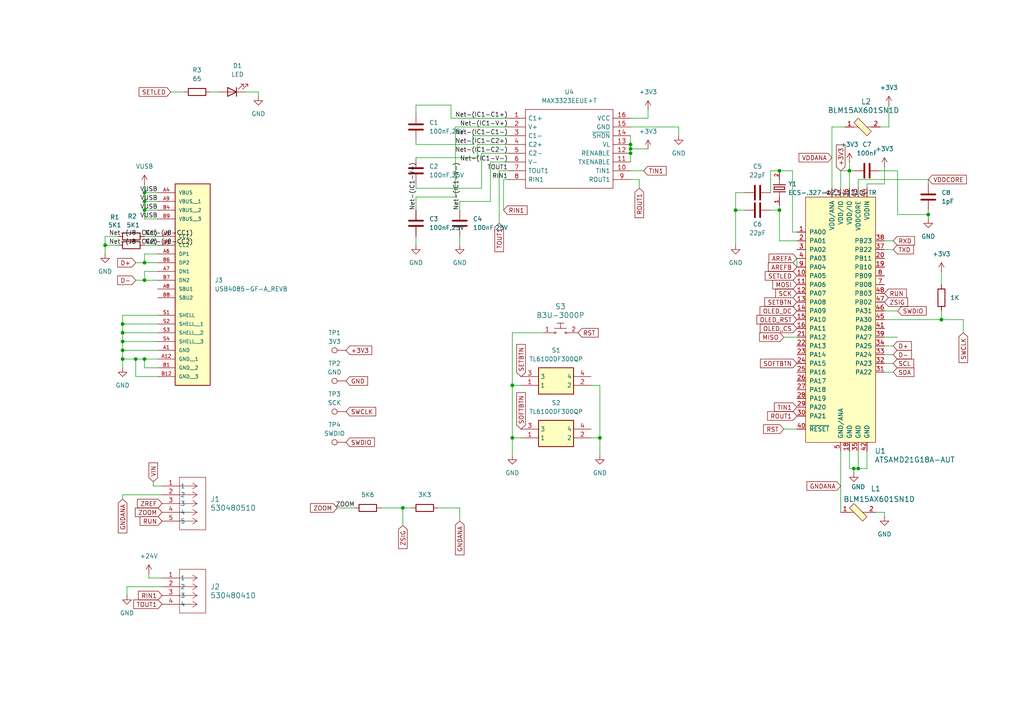
<source format=kicad_sch>
(kicad_sch (version 20231120) (generator "eeschema") (generator_version "8.0")
  (paper "A4")
  (lib_symbols
    (symbol "530480410:530480410" (pin_names (offset 0.254))
      (property "Reference" "J" (at 8.89 6.35 0))
      (property "Value" "530480410" (at 0 0 0))
      (symbol "530480410_1_1"
        (pin unspecified line (at 0 0 0) (length 5.08) (name "1") (number "1"))
        (pin unspecified line (at 0 -2.54 0) (length 5.08) (name "2") (number "2"))
        (pin unspecified line (at 0 -5.08 0) (length 5.08) (name "3") (number "3"))
        (pin unspecified line (at 0 -7.62 0) (length 5.08) (name "4") (number "4"))
      )
      (symbol "530480410_1_2"
        (pin unspecified line (at 0 0 0) (length 5.08) (name "1") (number "1"))
        (pin unspecified line (at 0 -2.54 0) (length 5.08) (name "2") (number "2"))
        (pin unspecified line (at 0 -5.08 0) (length 5.08) (name "3") (number "3"))
        (pin unspecified line (at 0 -7.62 0) (length 5.08) (name "4") (number "4"))
      )
    )
    (symbol "530480510:530480510" (pin_names (offset 0.254))
      (property "Reference" "J" (at 8.89 6.35 0))
      (property "Value" "530480510" (at 0 0 0))
      (symbol "530480510_1_1"
        (pin unspecified line (at 0 0 0) (length 5.08) (name "1") (number "1"))
        (pin unspecified line (at 0 -2.54 0) (length 5.08) (name "2") (number "2"))
        (pin unspecified line (at 0 -5.08 0) (length 5.08) (name "3") (number "3"))
        (pin unspecified line (at 0 -7.62 0) (length 5.08) (name "4") (number "4"))
        (pin unspecified line (at 0 -10.16 0) (length 5.08) (name "5") (number "5"))
      )
      (symbol "530480510_1_2"
        (pin unspecified line (at 0 0 0) (length 5.08) (name "1") (number "1"))
        (pin unspecified line (at 0 -2.54 0) (length 5.08) (name "2") (number "2"))
        (pin unspecified line (at 0 -5.08 0) (length 5.08) (name "3") (number "3"))
        (pin unspecified line (at 0 -7.62 0) (length 5.08) (name "4") (number "4"))
        (pin unspecified line (at 0 -10.16 0) (length 5.08) (name "5") (number "5"))
      )
    )
    (symbol "Connector:TestPoint" (pin_numbers hide) (pin_names (offset 0.762) hide)
      (property "Reference" "TP" (at 0 6.858 0))
      (property "Value" "TestPoint" (at 0 5.08 0))
      (symbol "TestPoint_1_1"
        (pin passive line (at 0 0 90) (length 2.54) (name "1") (number "1"))
      )
    )
    (symbol "Device:C" (pin_numbers hide) (pin_names (offset 0.254))
      (property "Reference" "C" (at 0.635 2.54 0))
      (property "Value" "C" (at 0.635 -2.54 0))
      (symbol "C_1_1"
        (pin passive line (at 0 3.81 270) (length 2.794) (name "~") (number "1"))
        (pin passive line (at 0 -3.81 90) (length 2.794) (name "~") (number "2"))
      )
    )
    (symbol "Device:LED" (pin_numbers hide) (pin_names (offset 1.016) hide)
      (property "Reference" "D" (at 0 2.54 0))
      (property "Value" "LED" (at 0 -2.54 0))
      (symbol "LED_1_1"
        (pin passive line (at -3.81 0 0) (length 2.54) (name "K") (number "1"))
        (pin passive line (at 3.81 0 180) (length 2.54) (name "A") (number "2"))
      )
    )
    (symbol "Device:R" (pin_numbers hide) (pin_names (offset 0))
      (property "Reference" "R" (at 2.032 0 90))
      (property "Value" "R" (at 0 0 90))
      (symbol "R_1_1"
        (pin passive line (at 0 3.81 270) (length 1.27) (name "~") (number "1"))
        (pin passive line (at 0 -3.81 90) (length 1.27) (name "~") (number "2"))
      )
    )
    (symbol "ECS-.327-12.5-1210-TR:ECS-.327-12.5-1210-TR" (pin_names (offset 1.016))
      (property "Reference" "Y" (at -4.3242 2.2893 0))
      (property "Value" "ECS-.327-12.5-1210-TR" (at -4.3233 -3.8147 0))
      (symbol "ECS-.327-12.5-1210-TR_0_0"
        (pin passive line (at -5.08 0 0) (length 2.54) (name "~") (number "1"))
        (pin passive line (at 5.08 0 180) (length 2.54) (name "~") (number "2"))
      )
    )
    (symbol "MAX3323EEPE+:MAX3323EEPE+" (pin_names (offset 0.762))
      (property "Reference" "IC" (at 31.75 7.62 0))
      (property "Value" "MAX3323EEPE+" (at 31.75 5.08 0))
      (symbol "MAX3323EEPE+_0_0"
        (pin passive line (at 0 0 0) (length 5.08) (name "C1+") (number "1"))
        (pin passive line (at 35.56 -15.24 180) (length 5.08) (name "TIN1") (number "10"))
        (pin passive line (at 35.56 -12.7 180) (length 5.08) (name "TXENABLE") (number "11"))
        (pin passive line (at 35.56 -10.16 180) (length 5.08) (name "RENABLE") (number "12"))
        (pin passive line (at 35.56 -7.62 180) (length 5.08) (name "VL") (number "13"))
        (pin passive line (at 35.56 -5.08 180) (length 5.08) (name "~{SHDN}") (number "14"))
        (pin passive line (at 35.56 -2.54 180) (length 5.08) (name "GND") (number "15"))
        (pin passive line (at 35.56 0 180) (length 5.08) (name "VCC") (number "16"))
        (pin passive line (at 0 -2.54 0) (length 5.08) (name "V+") (number "2"))
        (pin passive line (at 0 -5.08 0) (length 5.08) (name "C1-") (number "3"))
        (pin passive line (at 0 -7.62 0) (length 5.08) (name "C2+") (number "4"))
        (pin passive line (at 0 -10.16 0) (length 5.08) (name "C2-") (number "5"))
        (pin passive line (at 0 -12.7 0) (length 5.08) (name "V-") (number "6"))
        (pin passive line (at 0 -15.24 0) (length 5.08) (name "TOUT1") (number "7"))
        (pin passive line (at 0 -17.78 0) (length 5.08) (name "RIN1") (number "8"))
        (pin passive line (at 35.56 -17.78 180) (length 5.08) (name "ROUT1") (number "9"))
      )
    )
    (symbol "TL6100DF300QP:TL6100AF300QP"
      (property "Reference" "S" (at 16.51 7.62 0))
      (property "Value" "TL6100AF300QP" (at 16.51 5.08 0))
      (symbol "TL6100AF300QP_1_1"
        (pin passive line (at 0 -2.54 0) (length 5.08) (name "1") (number "1"))
        (pin passive line (at 20.32 -2.54 180) (length 5.08) (name "2") (number "2"))
        (pin passive line (at 0 0 0) (length 5.08) (name "3") (number "3"))
        (pin passive line (at 20.32 0 180) (length 5.08) (name "4") (number "4"))
      )
    )
    (symbol "USB4085-GF-A_REVB:USB4085-GF-A_REVB" (pin_names (offset 1.016))
      (property "Reference" "J" (at -5.08 18.288 0))
      (property "Value" "USB4085-GF-A_REVB" (at -5.08 -43.18 0))
      (symbol "USB4085-GF-A_REVB_0_0"
        (pin power_in line (at -10.16 -30.48 0) (length 5.08) (name "GND") (number "A1"))
        (pin power_in line (at -10.16 -33.02 0) (length 5.08) (name "GND__1") (number "A12"))
        (pin power_in line (at -10.16 15.24 0) (length 5.08) (name "VBUS") (number "A4"))
        (pin bidirectional line (at -10.16 2.54 0) (length 5.08) (name "CC1") (number "A5"))
        (pin bidirectional line (at -10.16 -2.54 0) (length 5.08) (name "DP1") (number "A6"))
        (pin bidirectional line (at -10.16 -7.62 0) (length 5.08) (name "DN1") (number "A7"))
        (pin bidirectional line (at -10.16 -12.7 0) (length 5.08) (name "SBU1") (number "A8"))
        (pin power_in line (at -10.16 12.7 0) (length 5.08) (name "VBUS__1") (number "A9"))
        (pin power_in line (at -10.16 -35.56 0) (length 5.08) (name "GND__2") (number "B1"))
        (pin power_in line (at -10.16 -38.1 0) (length 5.08) (name "GND__3") (number "B12"))
        (pin power_in line (at -10.16 10.16 0) (length 5.08) (name "VBUS__2") (number "B4"))
        (pin bidirectional line (at -10.16 0 0) (length 5.08) (name "CC2") (number "B5"))
        (pin bidirectional line (at -10.16 -5.08 0) (length 5.08) (name "DP2") (number "B6"))
        (pin bidirectional line (at -10.16 -10.16 0) (length 5.08) (name "DN2") (number "B7"))
        (pin bidirectional line (at -10.16 -15.24 0) (length 5.08) (name "SBU2") (number "B8"))
        (pin power_in line (at -10.16 7.62 0) (length 5.08) (name "VBUS__3") (number "B9"))
        (pin passive line (at -10.16 -20.32 0) (length 5.08) (name "SHELL") (number "S1"))
        (pin passive line (at -10.16 -22.86 0) (length 5.08) (name "SHELL__1") (number "S2"))
        (pin passive line (at -10.16 -25.4 0) (length 5.08) (name "SHELL__2") (number "S3"))
        (pin passive line (at -10.16 -27.94 0) (length 5.08) (name "SHELL__3") (number "S4"))
      )
    )
    (symbol "dk_Embedded-Microcontrollers:ATSAMD21G18A-AUT" (pin_names (offset 1.016))
      (property "Reference" "U" (at -10.16 39.37 0))
      (property "Value" "ATSAMD21G18A-AUT" (at 0 0 90))
      (symbol "ATSAMD21G18A-AUT_1_1"
        (pin bidirectional line (at -12.7 27.94 0) (length 2.54) (name "PA00") (number "1"))
        (pin bidirectional line (at -12.7 15.24 0) (length 2.54) (name "PA05") (number "10"))
        (pin bidirectional line (at -12.7 12.7 0) (length 2.54) (name "PA06") (number "11"))
        (pin bidirectional line (at -12.7 10.16 0) (length 2.54) (name "PA07") (number "12"))
        (pin bidirectional line (at -12.7 7.62 0) (length 2.54) (name "PA08") (number "13"))
        (pin bidirectional line (at -12.7 5.08 0) (length 2.54) (name "PA09") (number "14"))
        (pin bidirectional line (at -12.7 2.54 0) (length 2.54) (name "PA10") (number "15"))
        (pin bidirectional line (at -12.7 0 0) (length 2.54) (name "PA11") (number "16"))
        (pin power_in line (at 0 40.64 270) (length 2.54) (name "VDD/IO") (number "17"))
        (pin power_in line (at 2.54 -35.56 90) (length 2.54) (name "GND") (number "18"))
        (pin bidirectional line (at 12.7 17.78 180) (length 2.54) (name "PB10") (number "19"))
        (pin bidirectional line (at -12.7 25.4 0) (length 2.54) (name "PA01") (number "2"))
        (pin bidirectional line (at 12.7 20.32 180) (length 2.54) (name "PB11") (number "20"))
        (pin bidirectional line (at -12.7 -2.54 0) (length 2.54) (name "PA12") (number "21"))
        (pin bidirectional line (at -12.7 -5.08 0) (length 2.54) (name "PA13") (number "22"))
        (pin bidirectional line (at -12.7 -7.62 0) (length 2.54) (name "PA14") (number "23"))
        (pin bidirectional line (at -12.7 -10.16 0) (length 2.54) (name "PA15") (number "24"))
        (pin bidirectional line (at -12.7 -12.7 0) (length 2.54) (name "PA16") (number "25"))
        (pin bidirectional line (at -12.7 -15.24 0) (length 2.54) (name "PA17") (number "26"))
        (pin bidirectional line (at -12.7 -17.78 0) (length 2.54) (name "PA18") (number "27"))
        (pin bidirectional line (at -12.7 -20.32 0) (length 2.54) (name "PA19") (number "28"))
        (pin bidirectional line (at -12.7 -22.86 0) (length 2.54) (name "PA20") (number "29"))
        (pin bidirectional line (at -12.7 22.86 0) (length 2.54) (name "PA02") (number "3"))
        (pin bidirectional line (at -12.7 -25.4 0) (length 2.54) (name "PA21") (number "30"))
        (pin bidirectional line (at 12.7 -12.7 180) (length 2.54) (name "PA22") (number "31"))
        (pin bidirectional line (at 12.7 -10.16 180) (length 2.54) (name "PA23") (number "32"))
        (pin bidirectional line (at 12.7 -7.62 180) (length 2.54) (name "PA24") (number "33"))
        (pin bidirectional line (at 12.7 -5.08 180) (length 2.54) (name "PA25") (number "34"))
        (pin power_in line (at 5.08 -35.56 90) (length 2.54) (name "GND") (number "35"))
        (pin power_in line (at 2.54 40.64 270) (length 2.54) (name "VDD/IO") (number "36"))
        (pin bidirectional line (at 12.7 22.86 180) (length 2.54) (name "PB22") (number "37"))
        (pin bidirectional line (at 12.7 25.4 180) (length 2.54) (name "PB23") (number "38"))
        (pin bidirectional line (at 12.7 -2.54 180) (length 2.54) (name "PA27") (number "39"))
        (pin bidirectional line (at -12.7 20.32 0) (length 2.54) (name "PA03") (number "4"))
        (pin input line (at -12.7 -29.21 0) (length 2.54) (name "~{RESET}") (number "40"))
        (pin bidirectional line (at 12.7 0 180) (length 2.54) (name "PA28") (number "41"))
        (pin power_in line (at 7.62 -35.56 90) (length 2.54) (name "GND") (number "42"))
        (pin power_in line (at 5.08 40.64 270) (length 2.54) (name "VDDCORE") (number "43"))
        (pin power_in line (at 7.62 40.64 270) (length 2.54) (name "VDDIN") (number "44"))
        (pin bidirectional line (at 12.7 2.54 180) (length 2.54) (name "PA30") (number "45"))
        (pin bidirectional line (at 12.7 5.08 180) (length 2.54) (name "PA31") (number "46"))
        (pin bidirectional line (at 12.7 7.62 180) (length 2.54) (name "PB02") (number "47"))
        (pin bidirectional line (at 12.7 10.16 180) (length 2.54) (name "PB03") (number "48"))
        (pin power_in line (at 0 -35.56 90) (length 2.54) (name "GND/ANA") (number "5"))
        (pin power_in line (at -2.54 40.64 270) (length 2.54) (name "VDD/ANA") (number "6"))
        (pin bidirectional line (at 12.7 12.7 180) (length 2.54) (name "PB08") (number "7"))
        (pin bidirectional line (at 12.7 15.24 180) (length 2.54) (name "PB09") (number "8"))
        (pin bidirectional line (at -12.7 17.78 0) (length 2.54) (name "PA04") (number "9"))
      )
    )
    (symbol "dk_Ferrite-Beads-and-Chips:BLM18HE152SN1D" (pin_names (offset 1.016))
      (property "Reference" "FB" (at -2.54 3.81 0))
      (property "Value" "BLM18HE152SN1D" (at 0 -3.81 0))
      (symbol "BLM18HE152SN1D_1_1"
        (pin passive line (at -5.08 0 0) (length 2.54) (name "~") (number "1"))
        (pin passive line (at 5.08 0 180) (length 2.54) (name "~") (number "2"))
      )
    )
    (symbol "dk_Tactile-Switches:B3U-1000P" (pin_names (offset 1.016))
      (property "Reference" "S" (at 0 4.064 0))
      (property "Value" "B3U-1000P" (at 0 -2.54 0))
      (symbol "B3U-1000P_1_1"
        (pin passive line (at -5.08 0 0) (length 2.54) (name "~") (number "1"))
        (pin passive line (at 5.08 0 180) (length 2.54) (name "~") (number "2"))
      )
    )
    (symbol "power:+24V" (power) (pin_numbers hide) (pin_names (offset 0) hide)
      (property "Value" "+24V" (at 0 3.556 0))
      (symbol "+24V_1_1"
        (pin power_in line (at 0 0 90) (length 0) (name "~") (number "1"))
      )
    )
    (symbol "power:+3V3" (power) (pin_numbers hide) (pin_names (offset 0) hide)
      (property "Value" "+3V3" (at 0 3.556 0))
      (symbol "+3V3_1_1"
        (pin power_in line (at 0 0 90) (length 0) (name "~") (number "1"))
      )
    )
    (symbol "power:GND" (power) (pin_numbers hide) (pin_names (offset 0) hide)
      (property "Value" "GND" (at 0 -3.81 0))
      (symbol "GND_1_1"
        (pin power_in line (at 0 0 270) (length 0) (name "~") (number "1"))
      )
    )
  )
  (junction (at 30.48 71.12))
  (junction (at 213.36 60.96))
  (junction (at 148.59 127))
  (junction (at 226.06 60.96))
  (junction (at 116.84 147.32))
  (junction (at 41.91 76.2))
  (junction (at 35.56 104.14))
  (junction (at 41.91 60.96))
  (junction (at 35.56 93.98))
  (junction (at 273.05 92.71))
  (junction (at 41.91 58.42))
  (junction (at 41.91 81.28))
  (junction (at 148.59 111.76))
  (junction (at 248.92 135.89))
  (junction (at 247.65 135.89))
  (junction (at 35.56 96.52))
  (junction (at 41.91 55.88))
  (junction (at 182.88 43.18))
  (junction (at 226.06 49.53))
  (junction (at 269.24 62.23))
  (junction (at 246.38 49.53))
  (junction (at 173.99 127))
  (junction (at 182.88 44.45))
  (junction (at 182.88 41.91))
  (junction (at 41.91 104.14))
  (junction (at 35.56 101.6))
  (junction (at 35.56 99.06))
  (junction (at 39.37 104.14))
  (wire (pts (xy 142.24 46.99) (xy 147.32 46.99)))
  (wire (pts (xy 257.81 30.48) (xy 257.81 36.83)))
  (wire (pts (xy 144.78 49.53) (xy 144.78 64.77)))
  (wire (pts (xy 251.46 130.81) (xy 251.46 135.89)))
  (wire (pts (xy 182.88 39.37) (xy 182.88 41.91)))
  (wire (pts (xy 151.13 127) (xy 148.59 127)))
  (wire (pts (xy 120.65 53.34) (xy 120.65 54.61)))
  (wire (pts (xy 41.91 58.42) (xy 45.72 58.42)))
  (wire (pts (xy 256.54 97.79) (xy 260.35 97.79)))
  (wire (pts (xy 231.14 74.93) (xy 231.14 77.47)))
  (wire (pts (xy 171.45 127) (xy 173.99 127)))
  (wire (pts (xy 74.93 26.67) (xy 74.93 27.94)))
  (wire (pts (xy 148.59 111.76) (xy 148.59 127)))
  (wire (pts (xy 36.83 172.72) (xy 36.83 170.18)))
  (wire (pts (xy 35.56 93.98) (xy 35.56 96.52)))
  (wire (pts (xy 41.91 81.28) (xy 45.72 81.28)))
  (wire (pts (xy 229.87 49.53) (xy 229.87 67.31)))
  (wire (pts (xy 227.33 124.46) (xy 231.14 124.46)))
  (wire (pts (xy 35.56 104.14) (xy 39.37 104.14)))
  (wire (pts (xy 97.79 147.32) (xy 102.87 147.32)))
  (wire (pts (xy 41.91 106.68) (xy 41.91 104.14)))
  (wire (pts (xy 196.85 36.83) (xy 196.85 39.37)))
  (wire (pts (xy 45.72 106.68) (xy 41.91 106.68)))
  (wire (pts (xy 273.05 90.17) (xy 273.05 92.71)))
  (wire (pts (xy 120.65 57.15) (xy 120.65 60.96)))
  (wire (pts (xy 35.56 144.78) (xy 35.56 143.51)))
  (wire (pts (xy 41.91 63.5) (xy 41.91 60.96)))
  (wire (pts (xy 182.88 44.45) (xy 182.88 46.99)))
  (wire (pts (xy 41.91 63.5) (xy 45.72 63.5)))
  (wire (pts (xy 43.18 166.37) (xy 43.18 167.64)))
  (wire (pts (xy 139.7 44.45) (xy 147.32 44.45)))
  (wire (pts (xy 248.92 54.61) (xy 248.92 52.07)))
  (wire (pts (xy 231.14 67.31) (xy 229.87 67.31)))
  (wire (pts (xy 41.91 76.2) (xy 45.72 76.2)))
  (wire (pts (xy 139.7 54.61) (xy 139.7 44.45)))
  (wire (pts (xy 223.52 55.88) (xy 223.52 49.53)))
  (wire (pts (xy 34.29 68.58) (xy 30.48 68.58)))
  (wire (pts (xy 182.88 41.91) (xy 182.88 43.18)))
  (wire (pts (xy 246.38 54.61) (xy 246.38 49.53)))
  (wire (pts (xy 39.37 104.14) (xy 39.37 109.22)))
  (wire (pts (xy 226.06 49.53) (xy 229.87 49.53)))
  (wire (pts (xy 133.35 58.42) (xy 142.24 58.42)))
  (wire (pts (xy 120.65 30.48) (xy 120.65 33.02)))
  (wire (pts (xy 46.99 140.97) (xy 44.45 140.97)))
  (wire (pts (xy 45.72 55.88) (xy 41.91 55.88)))
  (wire (pts (xy 147.32 52.07) (xy 146.05 52.07)))
  (wire (pts (xy 35.56 143.51) (xy 46.99 143.51)))
  (wire (pts (xy 256.54 149.86) (xy 256.54 148.59)))
  (wire (pts (xy 243.84 49.53) (xy 246.38 49.53)))
  (wire (pts (xy 182.88 52.07) (xy 185.42 52.07)))
  (wire (pts (xy 71.12 26.67) (xy 74.93 26.67)))
  (wire (pts (xy 120.65 68.58) (xy 120.65 71.12)))
  (wire (pts (xy 223.52 49.53) (xy 226.06 49.53)))
  (wire (pts (xy 185.42 52.07) (xy 185.42 54.61)))
  (wire (pts (xy 137.16 41.91) (xy 137.16 39.37)))
  (wire (pts (xy 133.35 60.96) (xy 133.35 58.42)))
  (wire (pts (xy 256.54 72.39) (xy 259.08 72.39)))
  (wire (pts (xy 60.96 26.67) (xy 63.5 26.67)))
  (wire (pts (xy 45.72 109.22) (xy 39.37 109.22)))
  (wire (pts (xy 151.13 111.76) (xy 148.59 111.76)))
  (wire (pts (xy 146.05 52.07) (xy 146.05 60.96)))
  (wire (pts (xy 247.65 135.89) (xy 247.65 137.16)))
  (wire (pts (xy 246.38 46.99) (xy 246.38 49.53)))
  (wire (pts (xy 182.88 49.53) (xy 186.69 49.53)))
  (wire (pts (xy 182.88 43.18) (xy 187.96 43.18)))
  (wire (pts (xy 213.36 55.88) (xy 215.9 55.88)))
  (wire (pts (xy 256.54 92.71) (xy 273.05 92.71)))
  (wire (pts (xy 148.59 96.52) (xy 148.59 111.76)))
  (wire (pts (xy 148.59 127) (xy 148.59 132.08)))
  (wire (pts (xy 41.91 55.88) (xy 41.91 58.42)))
  (wire (pts (xy 41.91 73.66) (xy 41.91 76.2)))
  (wire (pts (xy 257.81 36.83) (xy 255.27 36.83)))
  (wire (pts (xy 273.05 92.71) (xy 279.4 92.71)))
  (wire (pts (xy 120.65 54.61) (xy 139.7 54.61)))
  (wire (pts (xy 120.65 45.72) (xy 138.43 45.72)))
  (wire (pts (xy 45.72 78.74) (xy 41.91 78.74)))
  (wire (pts (xy 30.48 73.66) (xy 30.48 71.12)))
  (wire (pts (xy 256.54 90.17) (xy 260.35 90.17)))
  (wire (pts (xy 35.56 91.44) (xy 35.56 93.98)))
  (wire (pts (xy 35.56 93.98) (xy 45.72 93.98)))
  (wire (pts (xy 173.99 127) (xy 173.99 132.08)))
  (wire (pts (xy 133.35 147.32) (xy 133.35 151.13)))
  (wire (pts (xy 45.72 73.66) (xy 41.91 73.66)))
  (wire (pts (xy 248.92 52.07) (xy 269.24 52.07)))
  (wire (pts (xy 35.56 96.52) (xy 45.72 96.52)))
  (wire (pts (xy 226.06 59.69) (xy 226.06 60.96)))
  (wire (pts (xy 246.38 130.81) (xy 246.38 135.89)))
  (wire (pts (xy 130.81 30.48) (xy 120.65 30.48)))
  (wire (pts (xy 256.54 102.87) (xy 259.08 102.87)))
  (wire (pts (xy 213.36 60.96) (xy 213.36 71.12)))
  (wire (pts (xy 120.65 40.64) (xy 120.65 41.91)))
  (wire (pts (xy 116.84 147.32) (xy 116.84 152.4)))
  (wire (pts (xy 41.91 104.14) (xy 45.72 104.14)))
  (wire (pts (xy 46.99 167.64) (xy 43.18 167.64)))
  (wire (pts (xy 256.54 105.41) (xy 259.08 105.41)))
  (wire (pts (xy 260.35 62.23) (xy 269.24 62.23)))
  (wire (pts (xy 182.88 36.83) (xy 196.85 36.83)))
  (wire (pts (xy 256.54 148.59) (xy 254 148.59)))
  (wire (pts (xy 147.32 34.29) (xy 130.81 34.29)))
  (wire (pts (xy 256.54 48.26) (xy 256.54 53.34)))
  (wire (pts (xy 148.59 96.52) (xy 157.48 96.52)))
  (wire (pts (xy 269.24 62.23) (xy 269.24 63.5)))
  (wire (pts (xy 41.91 58.42) (xy 41.91 60.96)))
  (wire (pts (xy 39.37 76.2) (xy 41.91 76.2)))
  (wire (pts (xy 41.91 71.12) (xy 45.72 71.12)))
  (wire (pts (xy 227.33 97.79) (xy 231.14 97.79)))
  (wire (pts (xy 133.35 68.58) (xy 133.35 71.12)))
  (wire (pts (xy 39.37 104.14) (xy 41.91 104.14)))
  (wire (pts (xy 173.99 111.76) (xy 173.99 127)))
  (wire (pts (xy 36.83 170.18) (xy 46.99 170.18)))
  (wire (pts (xy 116.84 147.32) (xy 119.38 147.32)))
  (wire (pts (xy 269.24 52.07) (xy 269.24 53.34)))
  (wire (pts (xy 41.91 78.74) (xy 41.91 81.28)))
  (wire (pts (xy 35.56 104.14) (xy 35.56 106.68)))
  (wire (pts (xy 247.65 135.89) (xy 248.92 135.89)))
  (wire (pts (xy 246.38 49.53) (xy 247.65 49.53)))
  (wire (pts (xy 49.53 26.67) (xy 53.34 26.67)))
  (wire (pts (xy 171.45 111.76) (xy 173.99 111.76)))
  (wire (pts (xy 273.05 78.74) (xy 273.05 82.55)))
  (wire (pts (xy 35.56 96.52) (xy 35.56 99.06)))
  (wire (pts (xy 213.36 55.88) (xy 213.36 60.96)))
  (wire (pts (xy 41.91 68.58) (xy 45.72 68.58)))
  (wire (pts (xy 187.96 31.75) (xy 187.96 34.29)))
  (wire (pts (xy 30.48 71.12) (xy 34.29 71.12)))
  (wire (pts (xy 35.56 99.06) (xy 35.56 101.6)))
  (wire (pts (xy 120.65 57.15) (xy 132.08 57.15)))
  (wire (pts (xy 39.37 81.28) (xy 41.91 81.28)))
  (wire (pts (xy 132.08 36.83) (xy 147.32 36.83)))
  (wire (pts (xy 223.52 60.96) (xy 226.06 60.96)))
  (wire (pts (xy 120.65 41.91) (xy 137.16 41.91)))
  (wire (pts (xy 226.06 60.96) (xy 226.06 69.85)))
  (wire (pts (xy 260.35 49.53) (xy 260.35 62.23)))
  (wire (pts (xy 41.91 53.34) (xy 41.91 55.88)))
  (wire (pts (xy 35.56 99.06) (xy 45.72 99.06)))
  (wire (pts (xy 45.72 60.96) (xy 41.91 60.96)))
  (wire (pts (xy 248.92 135.89) (xy 251.46 135.89)))
  (wire (pts (xy 132.08 57.15) (xy 132.08 36.83)))
  (wire (pts (xy 269.24 60.96) (xy 269.24 62.23)))
  (wire (pts (xy 110.49 147.32) (xy 116.84 147.32)))
  (wire (pts (xy 138.43 45.72) (xy 138.43 41.91)))
  (wire (pts (xy 130.81 34.29) (xy 130.81 30.48)))
  (wire (pts (xy 246.38 135.89) (xy 247.65 135.89)))
  (wire (pts (xy 251.46 53.34) (xy 256.54 53.34)))
  (wire (pts (xy 137.16 39.37) (xy 147.32 39.37)))
  (wire (pts (xy 182.88 34.29) (xy 187.96 34.29)))
  (wire (pts (xy 256.54 107.95) (xy 259.08 107.95)))
  (wire (pts (xy 35.56 91.44) (xy 45.72 91.44)))
  (wire (pts (xy 182.88 43.18) (xy 182.88 44.45)))
  (wire (pts (xy 147.32 49.53) (xy 144.78 49.53)))
  (wire (pts (xy 44.45 139.7) (xy 44.45 140.97)))
  (wire (pts (xy 241.3 36.83) (xy 245.11 36.83)))
  (wire (pts (xy 256.54 100.33) (xy 259.08 100.33)))
  (wire (pts (xy 256.54 69.85) (xy 259.08 69.85)))
  (wire (pts (xy 251.46 54.61) (xy 251.46 53.34)))
  (wire (pts (xy 35.56 101.6) (xy 35.56 104.14)))
  (wire (pts (xy 243.84 49.53) (xy 243.84 54.61)))
  (wire (pts (xy 30.48 68.58) (xy 30.48 71.12)))
  (wire (pts (xy 248.92 130.81) (xy 248.92 135.89)))
  (wire (pts (xy 255.27 49.53) (xy 260.35 49.53)))
  (wire (pts (xy 127 147.32) (xy 133.35 147.32)))
  (wire (pts (xy 138.43 41.91) (xy 147.32 41.91)))
  (wire (pts (xy 226.06 69.85) (xy 231.14 69.85)))
  (wire (pts (xy 279.4 92.71) (xy 279.4 96.52)))
  (wire (pts (xy 142.24 58.42) (xy 142.24 46.99)))
  (wire (pts (xy 243.84 130.81) (xy 243.84 148.59)))
  (wire (pts (xy 213.36 60.96) (xy 215.9 60.96)))
  (wire (pts (xy 35.56 101.6) (xy 45.72 101.6)))
  (wire (pts (xy 241.3 54.61) (xy 241.3 36.83)))
  (label "VUSB" (at 45.72 55.88 180))
  (label "RIN1" (at 147.32 52.07 180))
  (label "Net-(J8-CC2)" (at 45.72 71.12 180))
  (label "VUSB" (at 45.72 60.96 180))
  (label "ZOOM" (at 102.87 147.32 180))
  (label "Net-(IC1-C1-)" (at 147.32 39.37 180))
  (label "Net-(IC1-C1+)" (at 147.32 34.29 180))
  (label "Net-(IC1-V+)" (at 120.65 60.96 90))
  (label "Net-(IC1-V+)" (at 147.32 36.83 180))
  (label "Net-(J8-CC2)" (at 41.91 71.12 0))
  (label "Net-(J8-CC1)" (at 41.91 68.58 0))
  (label "Net-(IC1-C2-)" (at 147.32 44.45 180))
  (label "Net-(J8-CC1)" (at 45.72 68.58 180))
  (label "VUSB" (at 45.72 58.42 180))
  (label "Net-(IC1-V-)" (at 133.35 60.96 90))
  (label "Net-(IC1-C2+)" (at 147.32 41.91 180))
  (label "Net-(IC1-V-)" (at 147.32 46.99 180))
  (label "TOUT1" (at 147.32 49.53 180))
  (label "VUSB" (at 45.72 63.5 180))
  (global_label "SWDIO" (shape input) (at 260.35 90.17 0) (property "Intersheetrefs" "${INTERSHEET_REFS}" (effects (hide yes))))
  (global_label "AREFA" (shape input) (at 231.14 74.93 180) (property "Intersheetrefs" "${INTERSHEET_REFS}" (effects (hide yes))))
  (global_label "GNDANA" (shape input) (at 133.35 151.13 270) (property "Intersheetrefs" "${INTERSHEET_REFS}" (effects (hide yes))))
  (global_label "MOSI" (shape input) (at 231.14 82.55 180) (property "Intersheetrefs" "${INTERSHEET_REFS}" (effects (hide yes))))
  (global_label "TXD" (shape input) (at 259.08 72.39 0) (property "Intersheetrefs" "${INTERSHEET_REFS}" (effects (hide yes))))
  (global_label "SETLED" (shape input) (at 49.53 26.67 180) (property "Intersheetrefs" "${INTERSHEET_REFS}" (effects (hide yes))))
  (global_label "TOUT1" (shape input) (at 144.78 64.77 270) (property "Intersheetrefs" "${INTERSHEET_REFS}" (effects (hide yes))))
  (global_label "GNDANA" (shape input) (at 35.56 144.78 270) (property "Intersheetrefs" "${INTERSHEET_REFS}" (effects (hide yes))))
  (global_label "D+" (shape input) (at 39.37 76.2 180) (property "Intersheetrefs" "${INTERSHEET_REFS}" (effects (hide yes))))
  (global_label "SETLED" (shape input) (at 231.14 80.01 180) (property "Intersheetrefs" "${INTERSHEET_REFS}" (effects (hide yes))))
  (global_label "OLED_RST" (shape input) (at 231.14 92.71 180) (property "Intersheetrefs" "${INTERSHEET_REFS}" (effects (hide yes))))
  (global_label "RST" (shape input) (at 227.33 124.46 180) (property "Intersheetrefs" "${INTERSHEET_REFS}" (effects (hide yes))))
  (global_label "SCK" (shape input) (at 231.14 85.09 180) (property "Intersheetrefs" "${INTERSHEET_REFS}" (effects (hide yes))))
  (global_label "MISO" (shape input) (at 227.33 97.79 180) (property "Intersheetrefs" "${INTERSHEET_REFS}" (effects (hide yes))))
  (global_label "SOFTBTN" (shape input) (at 231.14 105.41 180) (property "Intersheetrefs" "${INTERSHEET_REFS}" (effects (hide yes))))
  (global_label "AREFB" (shape input) (at 231.14 77.47 180) (property "Intersheetrefs" "${INTERSHEET_REFS}" (effects (hide yes))))
  (global_label "RIN1" (shape input) (at 46.99 172.72 180) (property "Intersheetrefs" "${INTERSHEET_REFS}" (effects (hide yes))))
  (global_label "+3V3" (shape input) (at 243.84 49.53 90) (property "Intersheetrefs" "${INTERSHEET_REFS}" (effects (hide yes))))
  (global_label "VIN" (shape input) (at 44.45 139.7 90) (property "Intersheetrefs" "${INTERSHEET_REFS}" (effects (hide yes))))
  (global_label "TIN1" (shape input) (at 186.69 49.53 0) (property "Intersheetrefs" "${INTERSHEET_REFS}" (effects (hide yes))))
  (global_label "SWCLK" (shape input) (at 279.4 96.52 270) (property "Intersheetrefs" "${INTERSHEET_REFS}" (effects (hide yes))))
  (global_label "TOUT1" (shape input) (at 46.99 175.26 180) (property "Intersheetrefs" "${INTERSHEET_REFS}" (effects (hide yes))))
  (global_label "VDDANA" (shape input) (at 241.3 45.72 180) (property "Intersheetrefs" "${INTERSHEET_REFS}" (effects (hide yes))))
  (global_label "SETBTN" (shape input) (at 231.14 87.63 180) (property "Intersheetrefs" "${INTERSHEET_REFS}" (effects (hide yes))))
  (global_label "VDDCORE" (shape input) (at 269.24 52.07 0) (property "Intersheetrefs" "${INTERSHEET_REFS}" (effects (hide yes))))
  (global_label "+3V3" (shape input) (at 100.33 101.6 0) (property "Intersheetrefs" "${INTERSHEET_REFS}" (effects (hide yes))))
  (global_label "SWCLK" (shape input) (at 100.33 119.38 0) (property "Intersheetrefs" "${INTERSHEET_REFS}" (effects (hide yes))))
  (global_label "ROUT1" (shape input) (at 231.14 120.65 180) (property "Intersheetrefs" "${INTERSHEET_REFS}" (effects (hide yes))))
  (global_label "SDA" (shape input) (at 259.08 107.95 0) (property "Intersheetrefs" "${INTERSHEET_REFS}" (effects (hide yes))))
  (global_label "SOFTBTN" (shape input) (at 151.13 124.46 90) (property "Intersheetrefs" "${INTERSHEET_REFS}" (effects (hide yes))))
  (global_label "SETBTN" (shape input) (at 151.13 109.22 90) (property "Intersheetrefs" "${INTERSHEET_REFS}" (effects (hide yes))))
  (global_label "ROUT1" (shape input) (at 185.42 54.61 270) (property "Intersheetrefs" "${INTERSHEET_REFS}" (effects (hide yes))))
  (global_label "ZSIG" (shape input) (at 256.54 87.63 0) (property "Intersheetrefs" "${INTERSHEET_REFS}" (effects (hide yes))))
  (global_label "ZOOM" (shape input) (at 97.79 147.32 180) (property "Intersheetrefs" "${INTERSHEET_REFS}" (effects (hide yes))))
  (global_label "RIN1" (shape input) (at 146.05 60.96 0) (property "Intersheetrefs" "${INTERSHEET_REFS}" (effects (hide yes))))
  (global_label "RUN" (shape input) (at 256.54 85.09 0) (property "Intersheetrefs" "${INTERSHEET_REFS}" (effects (hide yes))))
  (global_label "TIN1" (shape input) (at 231.14 118.11 180) (property "Intersheetrefs" "${INTERSHEET_REFS}" (effects (hide yes))))
  (global_label "GND" (shape input) (at 100.33 110.49 0) (property "Intersheetrefs" "${INTERSHEET_REFS}" (effects (hide yes))))
  (global_label "SCL" (shape input) (at 259.08 105.41 0) (property "Intersheetrefs" "${INTERSHEET_REFS}" (effects (hide yes))))
  (global_label "ZREF" (shape input) (at 46.99 146.05 180) (property "Intersheetrefs" "${INTERSHEET_REFS}" (effects (hide yes))))
  (global_label "RUN" (shape input) (at 46.99 151.13 180) (property "Intersheetrefs" "${INTERSHEET_REFS}" (effects (hide yes))))
  (global_label "ZSIG" (shape input) (at 116.84 152.4 270) (property "Intersheetrefs" "${INTERSHEET_REFS}" (effects (hide yes))))
  (global_label "D+" (shape input) (at 259.08 100.33 0) (property "Intersheetrefs" "${INTERSHEET_REFS}" (effects (hide yes))))
  (global_label "GNDANA" (shape input) (at 243.84 140.97 180) (property "Intersheetrefs" "${INTERSHEET_REFS}" (effects (hide yes))))
  (global_label "ZOOM" (shape input) (at 46.99 148.59 180) (property "Intersheetrefs" "${INTERSHEET_REFS}" (effects (hide yes))))
  (global_label "D-" (shape input) (at 39.37 81.28 180) (property "Intersheetrefs" "${INTERSHEET_REFS}" (effects (hide yes))))
  (global_label "OLED_DC" (shape input) (at 231.14 90.17 180) (property "Intersheetrefs" "${INTERSHEET_REFS}" (effects (hide yes))))
  (global_label "OLED_CS" (shape input) (at 231.14 95.25 180) (property "Intersheetrefs" "${INTERSHEET_REFS}" (effects (hide yes))))
  (global_label "RST" (shape input) (at 167.64 96.52 0) (property "Intersheetrefs" "${INTERSHEET_REFS}" (effects (hide yes))))
  (global_label "SWDIO" (shape input) (at 100.33 128.27 0) (property "Intersheetrefs" "${INTERSHEET_REFS}" (effects (hide yes))))
  (global_label "D-" (shape input) (at 259.08 102.87 0) (property "Intersheetrefs" "${INTERSHEET_REFS}" (effects (hide yes))))
  (global_label "RXD" (shape input) (at 259.08 69.85 0) (property "Intersheetrefs" "${INTERSHEET_REFS}" (effects (hide yes))))
  (symbol (lib_id "power:+24V") (at 41.91 53.34 0) (unit 1)
    (property "Reference" "#PWR04" (effects (hide yes)))
    (property "Value" "VUSB" (at 41.91 48.26 0))
    (property "Description" "Power symbol creates a global label with name \"VUSB\"" (effects (hide yes)))
  )
  (symbol (lib_id "530480510:530480510") (at 46.99 140.97 0) (unit 1)
    (property "Reference" "J1" (at 60.96 144.7799 0) (effects (font (size 1.524 1.524)) (justify left)))
    (property "Value" "530480510" (at 60.96 147.3199 0) (effects (font (size 1.524 1.524)) (justify left)))
    (property "Footprint" "Connector_Molex:Molex_PicoBlade_53048-0510_1x05_P1.25mm_Horizontal" (effects (hide yes)))
    (property "Datasheet" "530480510" (effects (hide yes)))
    (property "Part Number" "530480510" (effects (hide yes)))
    (property "URL" "https://www.digikey.com/en/products/detail/molex/0530480510/242867?s=N4IgTCBcDaIKwGYAMAWAHEuBGJIC6AvkA" (effects (hide yes)))
  )
  (symbol (lib_id "dk_Ferrite-Beads-and-Chips:BLM18HE152SN1D") (at 248.92 148.59 0) (unit 1)
    (property "Reference" "L1" (at 254 141.732 0) (effects (font (size 1.524 1.524))))
    (property "Value" "BLM15AX601SN1D" (at 255.016 144.78 0) (effects (font (size 1.524 1.524))))
    (property "Footprint" "digikey-footprints:0603" (effects (hide yes)))
    (property "Datasheet" "https://www.murata.com/en-us/products/productdata/8796741599262/ENFA0004.pdf" (effects (hide yes)))
    (property "Description" "FERRITE BEAD 1.5 KOHM 0603 1LN" (effects (hide yes)))
    (property "MPN" "BLM18HE152SN1D" (effects (hide yes)))
    (property "Category" "Filters" (effects (hide yes)))
    (property "Family" "Ferrite Beads and Chips" (effects (hide yes)))
    (property "DK_Datasheet_Link" "https://www.murata.com/en-us/products/productdata/8796741599262/ENFA0004.pdf" (effects (hide yes)))
    (property "DK_Detail_Page" "/product-detail/en/murata-electronics-north-america/BLM18HE152SN1D/490-5216-1-ND/1948392" (effects (hide yes)))
    (property "Manufacturer" "Murata Electronics North America" (effects (hide yes)))
    (property "Status" "Active" (effects (hide yes)))
  )
  (symbol (lib_id "power:GND") (at 256.54 149.86 0) (unit 1)
    (property "Reference" "#PWR018" (effects (hide yes)))
    (property "Value" "GND" (at 256.54 154.94 0))
    (property "Description" "Power symbol creates a global label with name \"GND\" , ground" (effects (hide yes)))
  )
  (symbol (lib_id "Device:LED") (at 67.31 26.67 180) (unit 1)
    (property "Reference" "D1" (at 68.8975 19.05 0))
    (property "Value" "LED" (at 68.8975 21.59 0))
    (property "Footprint" "LED_SMD:LED_0805_2012Metric" (effects (hide yes)))
    (property "Description" "Light emitting diode" (effects (hide yes)))
    (property "Part Number" "B1701URO-20D000114U1930" (effects (hide yes)))
    (property "URL" "https://www.digikey.com/en/products/detail/harvatek-corporation/B1701URO-20D000114U1930/16671739" (effects (hide yes)))
  )
  (symbol (lib_id "power:GND") (at 35.56 106.68 0) (unit 1)
    (property "Reference" "#PWR02" (effects (hide yes)))
    (property "Value" "GND" (at 35.56 111.76 0))
    (property "Description" "Power symbol creates a global label with name \"GND\" , ground" (effects (hide yes)))
  )
  (symbol (lib_id "power:GND") (at 36.83 172.72 0) (unit 1)
    (property "Reference" "#PWR03" (effects (hide yes)))
    (property "Value" "GND" (at 36.83 177.8 0))
    (property "Description" "Power symbol creates a global label with name \"GND\" , ground" (effects (hide yes)))
  )
  (symbol (lib_id "ECS-.327-12.5-1210-TR:ECS-.327-12.5-1210-TR") (at 226.06 54.61 90) (unit 1)
    (property "Reference" "Y1" (at 228.6 53.3399 90) (effects (justify right)))
    (property "Value" "ECS-.327-12.5-1210-TR" (at 228.6 55.8799 90) (effects (justify right)))
    (property "Footprint" "ECS__327_12_5_1210_TR:XTAL_ECS-.327-12.5-1210-TR" (effects (hide yes)))
  )
  (symbol (lib_id "Device:C") (at 269.24 57.15 0) (unit 1)
    (property "Reference" "C8" (at 273.05 55.8799 0) (effects (justify left)))
    (property "Value" "1pF" (at 273.05 58.4199 0) (effects (justify left)))
    (property "Footprint" "Capacitor_SMD:C_0402_1005Metric" (effects (hide yes)))
    (property "Description" "Unpolarized capacitor" (effects (hide yes)))
    (property "Part Number" "CL05C010CB5NNNC" (effects (hide yes)))
    (property "URL" "https://www.digikey.com/en/products/detail/samsung-electro-mechanics/CL05C010CB5NNNC/3887253" (effects (hide yes)))
  )
  (symbol (lib_id "power:GND") (at 269.24 63.5 0) (unit 1)
    (property "Reference" "#PWR020" (effects (hide yes)))
    (property "Value" "GND" (at 269.24 68.58 0))
    (property "Description" "Power symbol creates a global label with name \"GND\" , ground" (effects (hide yes)))
  )
  (symbol (lib_id "MAX3323EEPE+:MAX3323EEPE+") (at 147.32 34.29 0) (unit 1)
    (property "Reference" "U4" (at 165.1 26.67 0))
    (property "Value" "MAX3323EEUE+T" (at 165.1 29.21 0))
    (property "Footprint" "Package_SO:TSSOP-16_4.4x5mm_P0.65mm" (effects (hide yes)))
    (property "Datasheet" "https://componentsearchengine.com/Datasheets/2/MAX3323EEPE+.pdf" (effects (hide yes)))
    (property "Description" "RS-232 Interface IC +/-15kV ESD-Protected, RS-232 Transceivers for Multidrop Applications" (effects (hide yes)))
    (property "Part Number" "MAX3323EEUE+T" (effects (hide yes)))
    (property "URL" "https://www.digikey.com/en/products/detail/analog-devices-inc-maxim-integrated/MAX3323EEUE-T/1703799" (effects (hide yes)))
  )
  (symbol (lib_id "power:GND") (at 213.36 71.12 0) (unit 1)
    (property "Reference" "#PWR014" (effects (hide yes)))
    (property "Value" "GND" (at 213.36 76.2 0))
    (property "Description" "Power symbol creates a global label with name \"GND\" , ground" (effects (hide yes)))
  )
  (symbol (lib_id "power:GND") (at 247.65 137.16 0) (unit 1)
    (property "Reference" "#PWR016" (effects (hide yes)))
    (property "Value" "GND" (at 248.92 141.224 0))
    (property "Description" "Power symbol creates a global label with name \"GND\" , ground" (effects (hide yes)))
  )
  (symbol (lib_id "Connector:TestPoint") (at 100.33 110.49 90) (unit 1)
    (property "Reference" "TP2" (at 97.028 105.41 90))
    (property "Value" "GND" (at 97.028 107.95 90))
    (property "Footprint" "TestPoint:TestPoint_Pad_1.0x1.0mm" (effects (hide yes)))
    (property "Description" "test point" (effects (hide yes)))
  )
  (symbol (lib_id "power:+3V3") (at 187.96 31.75 0) (unit 1)
    (property "Reference" "#PWR011" (effects (hide yes)))
    (property "Value" "+3V3" (at 187.96 26.67 0))
    (property "Description" "Power symbol creates a global label with name \"+3V3\"" (effects (hide yes)))
  )
  (symbol (lib_id "Device:C") (at 120.65 49.53 0) (unit 1)
    (property "Reference" "C2" (at 124.46 48.2599 0) (effects (justify left)))
    (property "Value" "100nF,25V  " (at 124.46 50.7999 0) (effects (justify left)))
    (property "Footprint" "Capacitor_SMD:C_0402_1005Metric" (effects (hide yes)))
    (property "Description" "Unpolarized capacitor" (effects (hide yes)))
    (property "Part Number" "CL05B104KA5NNNC" (effects (hide yes)))
    (property "URL" "https://www.digikey.com/en/products/detail/samsung-electro-mechanics/CL05B104KA5NNNC/5961204" (effects (hide yes)))
  )
  (symbol (lib_id "USB4085-GF-A_REVB:USB4085-GF-A_REVB") (at 55.88 71.12 0) (unit 1)
    (property "Reference" "J3" (at 62.23 81.2799 0) (effects (justify left)))
    (property "Value" "USB4085-GF-A_REVB" (at 62.23 83.8199 0) (effects (justify left)))
    (property "Footprint" "USB4085_GF_A:CONN16_USB4085-GF-A_GCT" (effects (hide yes)))
    (property "Part Number" "USB4085-GF-A" (effects (hide yes)))
    (property "URL" "https://www.digikey.com/en/products/detail/gct/USB4085-GF-A/9859662?s=N4IgTCBcDaIKoGUBCAWADADgKwFoDiAYjgIIgC6AvkA" (effects (hide yes)))
  )
  (symbol (lib_id "Device:R") (at 38.1 71.12 90) (unit 1)
    (property "Reference" "R2" (at 38.354 62.738 90))
    (property "Value" "5K1" (at 33.274 65.278 90))
    (property "Footprint" "Resistor_SMD:R_0201_0603Metric" (effects (hide yes)))
    (property "Description" "Resistor" (effects (hide yes)))
    (property "Part Number" "ERJ-1GNF5101C" (effects (hide yes)))
    (property "URL" "https://www.digikey.com/en/products/detail/panasonic-electronic-components/ERJ-1GNF5101C/2036192" (effects (hide yes)))
  )
  (symbol (lib_id "power:GND") (at 74.93 27.94 0) (unit 1)
    (property "Reference" "#PWR06" (effects (hide yes)))
    (property "Value" "GND" (at 74.93 33.02 0))
    (property "Description" "Power symbol creates a global label with name \"GND\" , ground" (effects (hide yes)))
  )
  (symbol (lib_id "power:+3V3") (at 257.81 30.48 0) (unit 1)
    (property "Reference" "#PWR019" (effects (hide yes)))
    (property "Value" "+3V3" (at 257.81 25.4 0))
    (property "Description" "Power symbol creates a global label with name \"+3V3\"" (effects (hide yes)))
  )
  (symbol (lib_id "power:+3V3") (at 246.38 46.99 0) (unit 1)
    (property "Reference" "#PWR015" (effects (hide yes)))
    (property "Value" "+3V3" (at 246.38 41.91 0))
    (property "Description" "Power symbol creates a global label with name \"+3V3\"" (effects (hide yes)))
  )
  (symbol (lib_id "power:GND") (at 133.35 71.12 0) (unit 1)
    (property "Reference" "#PWR08" (effects (hide yes)))
    (property "Value" "GND" (at 133.35 76.2 0))
    (property "Description" "Power symbol creates a global label with name \"GND\" , ground" (effects (hide yes)))
  )
  (symbol (lib_id "power:GND") (at 30.48 73.66 0) (unit 1)
    (property "Reference" "#PWR01" (effects (hide yes)))
    (property "Value" "GND" (at 30.48 78.74 0))
    (property "Description" "Power symbol creates a global label with name \"GND\" , ground" (effects (hide yes)))
  )
  (symbol (lib_id "Device:R") (at 273.05 86.36 180) (unit 1)
    (property "Reference" "R6" (effects (hide yes)))
    (property "Value" "1K" (at 275.59 86.3599 0) (effects (justify right)))
    (property "Footprint" "Resistor_SMD:R_0201_0603Metric" (effects (hide yes)))
    (property "Description" "Resistor" (effects (hide yes)))
    (property "Part Number" "ERJ-1GNF3301C" (effects (hide yes)))
    (property "URL" "https://www.digikey.com/en/products/detail/panasonic-electronic-components/ERJ-1GNF3301C/2036169" (effects (hide yes)))
  )
  (symbol (lib_id "power:GND") (at 196.85 39.37 0) (unit 1)
    (property "Reference" "#PWR013" (effects (hide yes)))
    (property "Value" "GND" (at 196.85 44.45 0))
    (property "Description" "Power symbol creates a global label with name \"GND\" , ground" (effects (hide yes)))
  )
  (symbol (lib_id "Connector:TestPoint") (at 100.33 101.6 90) (unit 1)
    (property "Reference" "TP1" (at 97.028 96.52 90))
    (property "Value" "3V3" (at 97.028 99.06 90))
    (property "Footprint" "TestPoint:TestPoint_Pad_1.0x1.0mm" (effects (hide yes)))
    (property "Description" "test point" (effects (hide yes)))
  )
  (symbol (lib_id "power:+3V3") (at 187.96 43.18 0) (unit 1)
    (property "Reference" "#PWR012" (effects (hide yes)))
    (property "Value" "+3V3" (at 187.96 38.1 0))
    (property "Description" "Power symbol creates a global label with name \"+3V3\"" (effects (hide yes)))
  )
  (symbol (lib_id "power:GND") (at 173.99 132.08 0) (unit 1)
    (property "Reference" "#PWR010" (effects (hide yes)))
    (property "Value" "GND" (at 173.99 137.16 0))
    (property "Description" "Power symbol creates a global label with name \"GND\" , ground" (effects (hide yes)))
  )
  (symbol (lib_id "Device:R") (at 38.1 68.58 90) (unit 1)
    (property "Reference" "R1" (at 33.274 62.992 90))
    (property "Value" "5K1" (at 38.608 65.278 90))
    (property "Footprint" "Resistor_SMD:R_0201_0603Metric" (effects (hide yes)))
    (property "Description" "Resistor" (effects (hide yes)))
    (property "Part Number" "ERJ-1GNF5101C" (effects (hide yes)))
    (property "URL" "https://www.digikey.com/en/products/detail/panasonic-electronic-components/ERJ-1GNF5101C/2036192" (effects (hide yes)))
  )
  (symbol (lib_id "Device:C") (at 251.46 49.53 90) (unit 1)
    (property "Reference" "C7" (at 251.46 41.91 90))
    (property "Value" "100nF" (at 251.46 44.45 90))
    (property "Footprint" "Capacitor_SMD:C_0402_1005Metric" (effects (hide yes)))
    (property "Description" "Unpolarized capacitor" (effects (hide yes)))
    (property "Part Number" "CL05C010CB5NNNC" (effects (hide yes)))
    (property "URL" "https://www.digikey.com/en/products/detail/samsung-electro-mechanics/CL05C010CB5NNNC/3887253" (effects (hide yes)))
  )
  (symbol (lib_id "Connector:TestPoint") (at 100.33 128.27 90) (unit 1)
    (property "Reference" "TP4" (at 97.028 123.19 90))
    (property "Value" "SWDIO" (at 97.028 125.73 90))
    (property "Footprint" "TestPoint:TestPoint_Pad_1.0x1.0mm" (effects (hide yes)))
    (property "Description" "test point" (effects (hide yes)))
  )
  (symbol (lib_id "TL6100DF300QP:TL6100AF300QP") (at 151.13 109.22 0) (unit 1)
    (property "Reference" "S1" (at 161.29 101.6 0))
    (property "Value" "TL6100DF300QP" (at 161.29 104.14 0))
    (property "Footprint" "TL6100DF300QP:TL6100DF160QP" (effects (hide yes)))
    (property "Datasheet" "https://configured-product-images.s3.amazonaws.com/2D/specs/TL6100AF300QP.pdf" (effects (hide yes)))
    (property "Description" "TACT, 50mA, 12VDC SPST-NO, Off-(On) Through Hole" (effects (hide yes)))
    (property "Part Number" "TL6100DF300QP" (effects (hide yes)))
    (property "URL" "https://www.digikey.com/en/products/detail/e-switch/TL6100DF300QP/659874" (effects (hide yes)))
  )
  (symbol (lib_id "power:+24V") (at 43.18 166.37 0) (unit 1)
    (property "Reference" "#PWR05" (effects (hide yes)))
    (property "Value" "+24V" (at 43.18 161.29 0))
    (property "Description" "Power symbol creates a global label with name \"+24V\"" (effects (hide yes)))
  )
  (symbol (lib_id "Device:R") (at 57.15 26.67 90) (unit 1)
    (property "Reference" "R3" (at 57.15 20.32 90))
    (property "Value" "65" (at 57.15 22.86 90))
    (property "Footprint" "Resistor_SMD:R_0201_0603Metric" (effects (hide yes)))
    (property "Description" "Resistor" (effects (hide yes)))
    (property "Part Number" "ERJ-1GNF64R9C" (effects (hide yes)))
    (property "URL" "https://www.digikey.com/en/products/detail/panasonic-electronic-components/ERJ-1GNF64R9C/2035977" (effects (hide yes)))
  )
  (symbol (lib_id "Device:C") (at 133.35 64.77 0) (unit 1)
    (property "Reference" "C4" (at 137.16 63.4999 0) (effects (justify left)))
    (property "Value" "100nF,25V  " (at 137.16 66.0399 0) (effects (justify left)))
    (property "Footprint" "Capacitor_SMD:C_0402_1005Metric" (effects (hide yes)))
    (property "Description" "Unpolarized capacitor" (effects (hide yes)))
    (property "Part Number" "CL05B104KA5NNNC" (effects (hide yes)))
    (property "URL" "https://www.digikey.com/en/products/detail/samsung-electro-mechanics/CL05B104KA5NNNC/5961204" (effects (hide yes)))
  )
  (symbol (lib_id "dk_Tactile-Switches:B3U-1000P") (at 162.56 96.52 0) (unit 1)
    (property "Reference" "S3" (at 162.56 88.9 0) (effects (font (size 1.524 1.524))))
    (property "Value" "B3U-3000P" (at 162.56 91.44 0) (effects (font (size 1.524 1.524))))
    (property "Footprint" "Button_Switch_SMD:SW_SPST_B3U-3000P" (effects (hide yes)))
    (property "Datasheet" "https://omronfs.omron.com/en_US/ecb/products/pdf/en-b3u.pdf" (effects (hide yes)))
    (property "Description" "SWITCH TACTILE SPST-NO 0.05A 12V" (effects (hide yes)))
    (property "Part Number" "B3U-3000P" (effects (hide yes)))
    (property "URL" "https://www.digikey.com/en/products/detail/omron-electronics-inc-emc-div/B3U-3000P/1534340" (effects (hide yes)))
  )
  (symbol (lib_id "Device:C") (at 120.65 36.83 0) (unit 1)
    (property "Reference" "C1" (at 124.46 35.5599 0) (effects (justify left)))
    (property "Value" "100nF,25V  " (at 124.46 38.0999 0) (effects (justify left)))
    (property "Footprint" "Capacitor_SMD:C_0402_1005Metric" (effects (hide yes)))
    (property "Description" "Unpolarized capacitor" (effects (hide yes)))
    (property "Part Number" "CL05B104KA5NNNC" (effects (hide yes)))
    (property "URL" "https://www.digikey.com/en/products/detail/samsung-electro-mechanics/CL05B104KA5NNNC/5961204" (effects (hide yes)))
  )
  (symbol (lib_id "power:GND") (at 148.59 132.08 0) (unit 1)
    (property "Reference" "#PWR09" (effects (hide yes)))
    (property "Value" "GND" (at 148.59 137.16 0))
    (property "Description" "Power symbol creates a global label with name \"GND\" , ground" (effects (hide yes)))
  )
  (symbol (lib_id "Device:R") (at 106.68 147.32 90) (unit 1)
    (property "Reference" "R4" (effects (hide yes)))
    (property "Value" "5K6" (at 106.68 143.51 90))
    (property "Footprint" "Resistor_SMD:R_0201_0603Metric" (effects (hide yes)))
    (property "Description" "Resistor" (effects (hide yes)))
    (property "Part Number" "ERJ-1GNF4701C" (effects (hide yes)))
    (property "URL" "https://www.digikey.com/en/products/detail/panasonic-electronic-components/ERJ-1GNF4701C/2036188" (effects (hide yes)))
  )
  (symbol (lib_id "power:GND") (at 120.65 71.12 0) (unit 1)
    (property "Reference" "#PWR07" (effects (hide yes)))
    (property "Value" "GND" (at 120.65 76.2 0))
    (property "Description" "Power symbol creates a global label with name \"GND\" , ground" (effects (hide yes)))
  )
  (symbol (lib_id "Device:R") (at 123.19 147.32 90) (unit 1)
    (property "Reference" "R5" (effects (hide yes)))
    (property "Value" "3K3" (at 123.19 143.51 90))
    (property "Footprint" "Resistor_SMD:R_0201_0603Metric" (effects (hide yes)))
    (property "Description" "Resistor" (effects (hide yes)))
    (property "Part Number" "ERJ-1GNF3301C" (effects (hide yes)))
    (property "URL" "https://www.digikey.com/en/products/detail/panasonic-electronic-components/ERJ-1GNF3301C/2036169" (effects (hide yes)))
  )
  (symbol (lib_id "Device:C") (at 219.71 55.88 90) (unit 1)
    (property "Reference" "C5" (at 219.71 48.26 90))
    (property "Value" "22pF" (at 219.71 50.8 90))
    (property "Footprint" "Capacitor_SMD:C_0402_1005Metric" (effects (hide yes)))
    (property "Description" "Unpolarized capacitor" (effects (hide yes)))
    (property "Part Number" "CL05C220JB51PNC" (effects (hide yes)))
    (property "URL" "https://www.digikey.com/en/products/detail/samsung-electro-mechanics/CL05C220JB51PNC/5961333" (effects (hide yes)))
  )
  (symbol (lib_id "Device:C") (at 219.71 60.96 90) (unit 1)
    (property "Reference" "C6" (at 219.71 65.024 90))
    (property "Value" "22pF" (at 219.71 67.564 90))
    (property "Footprint" "Capacitor_SMD:C_0402_1005Metric" (effects (hide yes)))
    (property "Description" "Unpolarized capacitor" (effects (hide yes)))
    (property "Part Number" "CL05C220JB51PNC" (effects (hide yes)))
    (property "URL" "https://www.digikey.com/en/products/detail/samsung-electro-mechanics/CL05C220JB51PNC/5961333" (effects (hide yes)))
  )
  (symbol (lib_id "Connector:TestPoint") (at 100.33 119.38 90) (unit 1)
    (property "Reference" "TP3" (at 97.028 114.3 90))
    (property "Value" "SCK" (at 97.028 116.84 90))
    (property "Footprint" "TestPoint:TestPoint_Pad_1.0x1.0mm" (effects (hide yes)))
    (property "Description" "test point" (effects (hide yes)))
  )
  (symbol (lib_id "dk_Embedded-Microcontrollers:ATSAMD21G18A-AUT") (at 243.84 95.25 0) (unit 1)
    (property "Reference" "U1" (at 253.6541 130.81 0) (effects (font (size 1.524 1.524)) (justify left)))
    (property "Value" "ATSAMD21G18A-AUT" (at 253.6541 133.35 0) (effects (font (size 1.524 1.524)) (justify left)))
    (property "Footprint" "Package_QFP:TQFP-48_7x7mm_P0.5mm" (effects (hide yes)))
    (property "Datasheet" "http://www.microchip.com/mymicrochip/filehandler.aspx?ddocname=en605782" (effects (hide yes)))
    (property "Description" "IC MCU 32BIT 256KB FLASH 48TQFP" (effects (hide yes)))
    (property "Part Number" "ATSAMD21G18A-AUT" (effects (hide yes)))
    (property "URL" "https://www.digikey.com/en/products/detail/microchip-technology/ATSAMD21G18A-AUT/4878867?s=N4IgTCBcDaIIIBUDKcCyARMBGA4lgHHALRwCqCIAugL5A" (effects (hide yes)))
  )
  (symbol (lib_id "power:+3V3") (at 256.54 48.26 0) (unit 1)
    (property "Reference" "#PWR017" (effects (hide yes)))
    (property "Value" "+3V3" (at 256.54 43.18 0))
    (property "Description" "Power symbol creates a global label with name \"+3V3\"" (effects (hide yes)))
  )
  (symbol (lib_id "dk_Ferrite-Beads-and-Chips:BLM18HE152SN1D") (at 250.19 36.83 0) (unit 1)
    (property "Reference" "L2" (at 251.206 29.464 0) (effects (font (size 1.524 1.524))))
    (property "Value" "BLM15AX601SN1D" (at 250.444 32.004 0) (effects (font (size 1.524 1.524))))
    (property "Footprint" "digikey-footprints:0603" (effects (hide yes)))
    (property "Datasheet" "https://www.murata.com/en-us/products/productdata/8796741599262/ENFA0004.pdf" (effects (hide yes)))
    (property "Description" "FERRITE BEAD 1.5 KOHM 0603 1LN" (effects (hide yes)))
    (property "MPN" "BLM18HE152SN1D" (effects (hide yes)))
    (property "Category" "Filters" (effects (hide yes)))
    (property "Family" "Ferrite Beads and Chips" (effects (hide yes)))
    (property "DK_Datasheet_Link" "https://www.murata.com/en-us/products/productdata/8796741599262/ENFA0004.pdf" (effects (hide yes)))
    (property "DK_Detail_Page" "/product-detail/en/murata-electronics-north-america/BLM18HE152SN1D/490-5216-1-ND/1948392" (effects (hide yes)))
    (property "Manufacturer" "Murata Electronics North America" (effects (hide yes)))
    (property "Status" "Active" (effects (hide yes)))
  )
  (symbol (lib_id "530480410:530480410") (at 46.99 167.64 0) (unit 1)
    (property "Reference" "J2" (at 60.96 170.1799 0) (effects (font (size 1.524 1.524)) (justify left)))
    (property "Value" "530480410" (at 60.96 172.7199 0) (effects (font (size 1.524 1.524)) (justify left)))
    (property "Footprint" "Connector_Molex:Molex_PicoBlade_53048-0410_1x04_P1.25mm_Horizontal" (effects (hide yes)))
    (property "Datasheet" "530480410" (effects (hide yes)))
    (property "Part Number" "530480410" (effects (hide yes)))
    (property "URL" "https://www.digikey.com/en/products/detail/molex/0530480410/242866?s=N4IgTCBcDaIKwGYAMAWAHKgjEkBdAvkA" (effects (hide yes)))
  )
  (symbol (lib_id "Device:C") (at 120.65 64.77 0) (unit 1)
    (property "Reference" "C3" (at 124.46 63.4999 0) (effects (justify left)))
    (property "Value" "100nF,25V  " (at 124.46 66.0399 0) (effects (justify left)))
    (property "Footprint" "Capacitor_SMD:C_0402_1005Metric" (effects (hide yes)))
    (property "Description" "Unpolarized capacitor" (effects (hide yes)))
    (property "Part Number" "CL05B104KA5NNNC" (effects (hide yes)))
    (property "URL" "https://www.digikey.com/en/products/detail/samsung-electro-mechanics/CL05B104KA5NNNC/5961204" (effects (hide yes)))
  )
  (symbol (lib_id "power:+3V3") (at 273.05 78.74 0) (unit 1)
    (property "Reference" "#PWR021" (effects (hide yes)))
    (property "Value" "+3V3" (at 273.05 73.66 0))
    (property "Description" "Power symbol creates a global label with name \"+3V3\"" (effects (hide yes)))
  )
  (symbol (lib_id "TL6100DF300QP:TL6100AF300QP") (at 151.13 124.46 0) (unit 1)
    (property "Reference" "S2" (at 161.29 116.84 0))
    (property "Value" "TL6100DF300QP" (at 161.29 119.38 0))
    (property "Footprint" "TL6100DF300QP:TL6100DF160QP" (effects (hide yes)))
    (property "Datasheet" "https://configured-product-images.s3.amazonaws.com/2D/specs/TL6100AF300QP.pdf" (effects (hide yes)))
    (property "Description" "TACT, 50mA, 12VDC SPST-NO, Off-(On) Through Hole" (effects (hide yes)))
    (property "Part Number" "TL6100DF300QP" (effects (hide yes)))
    (property "URL" "https://www.digikey.com/en/products/detail/e-switch/TL6100DF300QP/659874" (effects (hide yes)))
  )
  (sheet (at 303.53 113.665) (size 57.785 34.29) (stroke (width 0.1524))
    (property "Sheetname" "power" (at 303.53 112.9534 0) (effects (justify left bottom)))
    (property "Sheetfile" "power.kicad_sch" (at 303.53 148.5396 0) (effects (justify left top)))
  )
  (sheet (at 303.53 64.008) (size 57.404 38.862) (stroke (width 0.1524))
    (property "Sheetname" "oled" (at 303.53 63.2964 0) (effects (justify left bottom)))
    (property "Sheetfile" "untitled.kicad_sch" (at 303.53 103.4546 0) (effects (justify left top)))
  )
)
</source>
